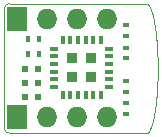
<source format=gbp>
G04 #@! TF.FileFunction,Paste,Bot*
%FSLAX46Y46*%
G04 Gerber Fmt 4.6, Leading zero omitted, Abs format (unit mm)*
G04 Created by KiCad (PCBNEW 4.0.7) date Fri Feb  2 17:45:02 2018*
%MOMM*%
%LPD*%
G01*
G04 APERTURE LIST*
%ADD10C,0.350000*%
%ADD11C,0.050000*%
%ADD12R,1.727200X2.032000*%
%ADD13O,1.727200X1.727200*%
%ADD14R,0.600000X0.400000*%
%ADD15R,0.600000X0.500000*%
%ADD16R,0.400000X0.600000*%
%ADD17R,0.750000X0.300000*%
%ADD18R,0.300000X0.750000*%
%ADD19R,0.960000X0.960000*%
G04 APERTURE END LIST*
D10*
D11*
X17450000Y-18000000D02*
G75*
G03X17000000Y-18470000I10000J-460000D01*
G01*
X17000000Y-28550000D02*
G75*
G03X17470000Y-29000000I460000J10000D01*
G01*
X17000000Y-18480000D02*
X17000000Y-28530000D01*
X29000000Y-18000000D02*
X17460000Y-18000000D01*
X17460000Y-29000000D02*
X29000000Y-29000000D01*
X30000000Y-23500000D02*
X30000000Y-23370000D01*
X30000000Y-23370000D02*
X30000000Y-23230000D01*
X30000000Y-23230000D02*
X30000000Y-23100000D01*
X30000000Y-23100000D02*
X30000000Y-22960000D01*
X30000000Y-22960000D02*
X29990000Y-22830000D01*
X29990000Y-22830000D02*
X29990000Y-22690000D01*
X29990000Y-22690000D02*
X29990000Y-22560000D01*
X29990000Y-22560000D02*
X29980000Y-22430000D01*
X29980000Y-22430000D02*
X29980000Y-22290000D01*
X29980000Y-22290000D02*
X29970000Y-22160000D01*
X29970000Y-22160000D02*
X29960000Y-22030000D01*
X29960000Y-22030000D02*
X29960000Y-21900000D01*
X29960000Y-21900000D02*
X29950000Y-21770000D01*
X29950000Y-21770000D02*
X29940000Y-21650000D01*
X29940000Y-21650000D02*
X29930000Y-21520000D01*
X29930000Y-21520000D02*
X29920000Y-21400000D01*
X29920000Y-21400000D02*
X29910000Y-21270000D01*
X29910000Y-21270000D02*
X29900000Y-21150000D01*
X29900000Y-21150000D02*
X29890000Y-21030000D01*
X29890000Y-21030000D02*
X29880000Y-20910000D01*
X29880000Y-20910000D02*
X29870000Y-20790000D01*
X29870000Y-20790000D02*
X29860000Y-20670000D01*
X29860000Y-20670000D02*
X29840000Y-20560000D01*
X29840000Y-20560000D02*
X29830000Y-20440000D01*
X29830000Y-20440000D02*
X29820000Y-20330000D01*
X29820000Y-20330000D02*
X29800000Y-20220000D01*
X29800000Y-20220000D02*
X29790000Y-20120000D01*
X29790000Y-20120000D02*
X29770000Y-20010000D01*
X29770000Y-20010000D02*
X29760000Y-19910000D01*
X29760000Y-19910000D02*
X29740000Y-19810000D01*
X29740000Y-19810000D02*
X29720000Y-19710000D01*
X29720000Y-19710000D02*
X29710000Y-19610000D01*
X29710000Y-19610000D02*
X29690000Y-19520000D01*
X29690000Y-19520000D02*
X29670000Y-19420000D01*
X29670000Y-19420000D02*
X29650000Y-19340000D01*
X29650000Y-19340000D02*
X29630000Y-19250000D01*
X29630000Y-19250000D02*
X29620000Y-19160000D01*
X29620000Y-19160000D02*
X29600000Y-19080000D01*
X29600000Y-19080000D02*
X29580000Y-19000000D01*
X29580000Y-19000000D02*
X29560000Y-18930000D01*
X29560000Y-18930000D02*
X29530000Y-18850000D01*
X29530000Y-18850000D02*
X29510000Y-18780000D01*
X29510000Y-18780000D02*
X29490000Y-18710000D01*
X29490000Y-18710000D02*
X29470000Y-18650000D01*
X29470000Y-18650000D02*
X29450000Y-18590000D01*
X29450000Y-18590000D02*
X29430000Y-18530000D01*
X29430000Y-18530000D02*
X29410000Y-18470000D01*
X29410000Y-18470000D02*
X29380000Y-18420000D01*
X29380000Y-18420000D02*
X29360000Y-18370000D01*
X29360000Y-18370000D02*
X29340000Y-18320000D01*
X29340000Y-18320000D02*
X29310000Y-18280000D01*
X29310000Y-18280000D02*
X29290000Y-18240000D01*
X29290000Y-18240000D02*
X29270000Y-18200000D01*
X29270000Y-18200000D02*
X29240000Y-18160000D01*
X29240000Y-18160000D02*
X29220000Y-18130000D01*
X29220000Y-18130000D02*
X29200000Y-18110000D01*
X29200000Y-18110000D02*
X29170000Y-18080000D01*
X29170000Y-18080000D02*
X29150000Y-18060000D01*
X29150000Y-18060000D02*
X29120000Y-18040000D01*
X29120000Y-18040000D02*
X29100000Y-18030000D01*
X29100000Y-18030000D02*
X29070000Y-18010000D01*
X29070000Y-18010000D02*
X29050000Y-18010000D01*
X29050000Y-18010000D02*
X29020000Y-18000000D01*
X29020000Y-18000000D02*
X29000000Y-18000000D01*
X29000000Y-29000000D02*
X29020000Y-29000000D01*
X29020000Y-29000000D02*
X29050000Y-28990000D01*
X29050000Y-28990000D02*
X29070000Y-28990000D01*
X29070000Y-28990000D02*
X29100000Y-28970000D01*
X29100000Y-28970000D02*
X29120000Y-28960000D01*
X29120000Y-28960000D02*
X29150000Y-28940000D01*
X29150000Y-28940000D02*
X29170000Y-28920000D01*
X29170000Y-28920000D02*
X29200000Y-28890000D01*
X29200000Y-28890000D02*
X29220000Y-28870000D01*
X29220000Y-28870000D02*
X29240000Y-28840000D01*
X29240000Y-28840000D02*
X29270000Y-28800000D01*
X29270000Y-28800000D02*
X29290000Y-28760000D01*
X29290000Y-28760000D02*
X29310000Y-28720000D01*
X29310000Y-28720000D02*
X29340000Y-28680000D01*
X29340000Y-28680000D02*
X29360000Y-28630000D01*
X29360000Y-28630000D02*
X29380000Y-28580000D01*
X29380000Y-28580000D02*
X29410000Y-28530000D01*
X29410000Y-28530000D02*
X29430000Y-28470000D01*
X29430000Y-28470000D02*
X29450000Y-28410000D01*
X29450000Y-28410000D02*
X29470000Y-28350000D01*
X29470000Y-28350000D02*
X29490000Y-28290000D01*
X29490000Y-28290000D02*
X29510000Y-28220000D01*
X29510000Y-28220000D02*
X29530000Y-28150000D01*
X29530000Y-28150000D02*
X29560000Y-28070000D01*
X29560000Y-28070000D02*
X29580000Y-28000000D01*
X29580000Y-28000000D02*
X29600000Y-27920000D01*
X29600000Y-27920000D02*
X29620000Y-27840000D01*
X29620000Y-27840000D02*
X29630000Y-27750000D01*
X29630000Y-27750000D02*
X29650000Y-27660000D01*
X29650000Y-27660000D02*
X29670000Y-27580000D01*
X29670000Y-27580000D02*
X29690000Y-27480000D01*
X29690000Y-27480000D02*
X29710000Y-27390000D01*
X29710000Y-27390000D02*
X29720000Y-27290000D01*
X29720000Y-27290000D02*
X29740000Y-27190000D01*
X29740000Y-27190000D02*
X29760000Y-27090000D01*
X29760000Y-27090000D02*
X29770000Y-26990000D01*
X29770000Y-26990000D02*
X29790000Y-26880000D01*
X29790000Y-26880000D02*
X29800000Y-26780000D01*
X29800000Y-26780000D02*
X29820000Y-26670000D01*
X29820000Y-26670000D02*
X29830000Y-26560000D01*
X29830000Y-26560000D02*
X29840000Y-26440000D01*
X29840000Y-26440000D02*
X29860000Y-26330000D01*
X29860000Y-26330000D02*
X29870000Y-26210000D01*
X29870000Y-26210000D02*
X29880000Y-26090000D01*
X29880000Y-26090000D02*
X29890000Y-25970000D01*
X29890000Y-25970000D02*
X29900000Y-25850000D01*
X29900000Y-25850000D02*
X29910000Y-25730000D01*
X29910000Y-25730000D02*
X29920000Y-25600000D01*
X29920000Y-25600000D02*
X29930000Y-25480000D01*
X29930000Y-25480000D02*
X29940000Y-25350000D01*
X29940000Y-25350000D02*
X29950000Y-25230000D01*
X29950000Y-25230000D02*
X29960000Y-25100000D01*
X29960000Y-25100000D02*
X29960000Y-24970000D01*
X29960000Y-24970000D02*
X29970000Y-24840000D01*
X29970000Y-24840000D02*
X29980000Y-24710000D01*
X29980000Y-24710000D02*
X29980000Y-24570000D01*
X29980000Y-24570000D02*
X29990000Y-24440000D01*
X29990000Y-24440000D02*
X29990000Y-24310000D01*
X29990000Y-24310000D02*
X29990000Y-24170000D01*
X29990000Y-24170000D02*
X30000000Y-24040000D01*
X30000000Y-24040000D02*
X30000000Y-23900000D01*
X30000000Y-23900000D02*
X30000000Y-23770000D01*
X30000000Y-23770000D02*
X30000000Y-23630000D01*
X30000000Y-23630000D02*
X30000000Y-23500000D01*
D12*
X18060000Y-27650000D03*
D13*
X20600000Y-27650000D03*
X23140000Y-27650000D03*
X25680000Y-27650000D03*
D14*
X27300000Y-25450000D03*
X27300000Y-24550000D03*
X27300000Y-20750000D03*
X27300000Y-19850000D03*
D15*
X18775000Y-25950000D03*
X19875000Y-25950000D03*
X19875000Y-23550000D03*
X18775000Y-23550000D03*
X19875000Y-24750000D03*
X18775000Y-24750000D03*
D14*
X27300000Y-26450000D03*
X27300000Y-27350000D03*
X27300000Y-22650000D03*
X27300000Y-21750000D03*
D16*
X19050000Y-22300000D03*
X19950000Y-22300000D03*
X19050000Y-21000000D03*
X19950000Y-21000000D03*
D12*
X18070000Y-19350000D03*
D13*
X20610000Y-19350000D03*
X23150000Y-19350000D03*
X25690000Y-19350000D03*
D17*
X25900000Y-21825000D03*
X25900000Y-22475000D03*
X25900000Y-23125000D03*
X25900000Y-23775000D03*
X25900000Y-24425000D03*
X25900000Y-25075000D03*
D18*
X25200000Y-25775000D03*
X24550000Y-25775000D03*
X23900000Y-25775000D03*
X23250000Y-25775000D03*
X22600000Y-25775000D03*
X21950000Y-25775000D03*
D17*
X21250000Y-25075000D03*
X21250000Y-24425000D03*
X21250000Y-23775000D03*
X21250000Y-23125000D03*
X21250000Y-22475000D03*
X21250000Y-21825000D03*
D18*
X21950000Y-21125000D03*
X22600000Y-21125000D03*
X23250000Y-21125000D03*
X23900000Y-21125000D03*
X24550000Y-21125000D03*
X25200000Y-21125000D03*
D19*
X22775000Y-24250000D03*
X22775000Y-22650000D03*
X24375000Y-24250000D03*
X24375000Y-22650000D03*
M02*

</source>
